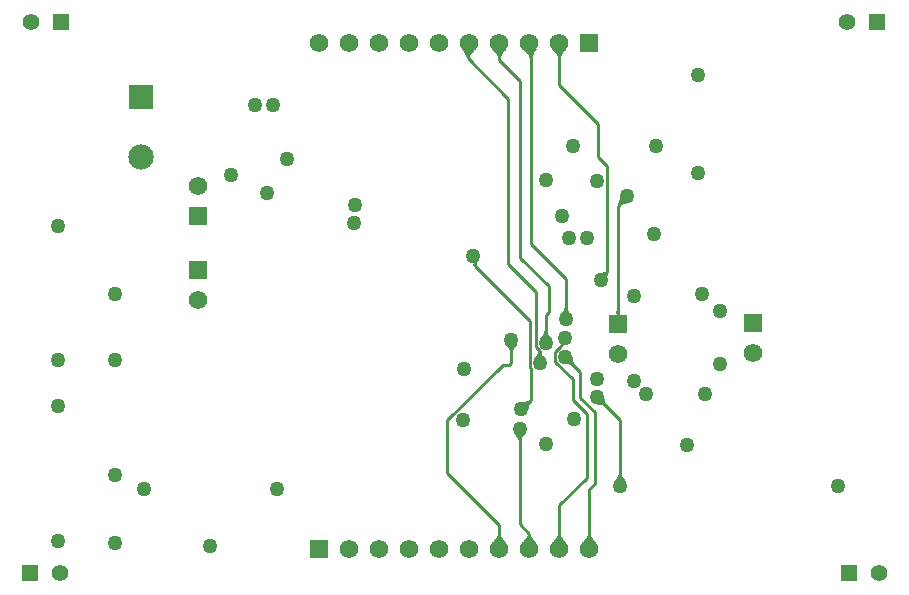
<source format=gbl>
G04*
G04 #@! TF.GenerationSoftware,Altium Limited,Altium Designer,21.7.2 (23)*
G04*
G04 Layer_Physical_Order=4*
G04 Layer_Color=16711680*
%FSLAX25Y25*%
%MOIN*%
G70*
G04*
G04 #@! TF.SameCoordinates,CEDA9658-653E-4C37-85A5-3546ED317D05*
G04*
G04*
G04 #@! TF.FilePolarity,Positive*
G04*
G01*
G75*
%ADD15C,0.01000*%
%ADD37R,0.06181X0.06181*%
%ADD38C,0.06181*%
%ADD39R,0.06181X0.06181*%
%ADD40C,0.08465*%
%ADD41R,0.08465X0.08465*%
%ADD42C,0.05512*%
%ADD43R,0.05512X0.05512*%
%ADD44C,0.05000*%
G36*
X184347Y180473D02*
X183815Y179865D01*
X183599Y179579D01*
X183416Y179303D01*
X183266Y179039D01*
X183150Y178787D01*
X183066Y178545D01*
X183017Y178315D01*
X183000Y178096D01*
X182000D01*
X181983Y178315D01*
X181933Y178545D01*
X181850Y178787D01*
X181734Y179039D01*
X181584Y179303D01*
X181401Y179579D01*
X181185Y179865D01*
X180653Y180473D01*
X180337Y180793D01*
X184663D01*
X184347Y180473D01*
D02*
G37*
G36*
X164347D02*
X163815Y179865D01*
X163599Y179579D01*
X163416Y179303D01*
X163266Y179039D01*
X163150Y178787D01*
X163066Y178545D01*
X163017Y178315D01*
X163000Y178096D01*
X162000D01*
X161983Y178315D01*
X161934Y178545D01*
X161850Y178787D01*
X161734Y179039D01*
X161584Y179303D01*
X161401Y179579D01*
X161185Y179865D01*
X160653Y180473D01*
X160337Y180793D01*
X164663D01*
X164347Y180473D01*
D02*
G37*
G36*
X174708Y180776D02*
X174037Y179724D01*
X173873Y179417D01*
X173634Y178872D01*
X173560Y178633D01*
X173515Y178416D01*
X173500Y178221D01*
X172500Y178055D01*
X172482Y178289D01*
X172429Y178525D01*
X172340Y178763D01*
X172216Y179002D01*
X172055Y179243D01*
X171860Y179485D01*
X171629Y179729D01*
X171362Y179975D01*
X171060Y180223D01*
X170722Y180472D01*
X174992Y181172D01*
X174708Y180776D01*
D02*
G37*
G36*
X154278Y180472D02*
X153940Y180223D01*
X153371Y179729D01*
X153140Y179485D01*
X152945Y179243D01*
X152784Y179002D01*
X152660Y178763D01*
X152571Y178525D01*
X152518Y178289D01*
X152500Y178055D01*
X151500Y178221D01*
X151485Y178416D01*
X151440Y178633D01*
X151366Y178872D01*
X151261Y179133D01*
X151127Y179417D01*
X150769Y180052D01*
X150545Y180403D01*
X150008Y181172D01*
X154278Y180472D01*
D02*
G37*
G36*
X205093Y129390D02*
X204754Y129387D01*
X204141Y129339D01*
X203867Y129295D01*
X203614Y129237D01*
X203384Y129166D01*
X203175Y129080D01*
X202988Y128982D01*
X202823Y128869D01*
X202679Y128744D01*
X201972Y129451D01*
X202098Y129594D01*
X202210Y129760D01*
X202309Y129947D01*
X202394Y130156D01*
X202465Y130386D01*
X202523Y130638D01*
X202567Y130912D01*
X202598Y131208D01*
X202618Y131865D01*
X205093Y129390D01*
D02*
G37*
G36*
X154904Y109756D02*
X154865Y109707D01*
X154830Y109645D01*
X154799Y109569D01*
X154773Y109480D01*
X154752Y109377D01*
X154736Y109260D01*
X154717Y108986D01*
X154715Y108828D01*
X153715D01*
X153712Y108941D01*
X153703Y109042D01*
X153689Y109133D01*
X153669Y109211D01*
X153643Y109279D01*
X153611Y109335D01*
X153573Y109380D01*
X153530Y109414D01*
X153481Y109437D01*
X153426Y109448D01*
X154949Y109791D01*
X154904Y109756D01*
D02*
G37*
G36*
X198854Y106332D02*
X198761Y106234D01*
X198683Y106138D01*
X198620Y106045D01*
X198571Y105955D01*
X198538Y105867D01*
X198519Y105782D01*
X198514Y105701D01*
X198525Y105621D01*
X198550Y105545D01*
X198590Y105472D01*
X197113Y106524D01*
X197198Y106510D01*
X197287Y106511D01*
X197380Y106526D01*
X197477Y106556D01*
X197578Y106600D01*
X197683Y106659D01*
X197793Y106732D01*
X197907Y106820D01*
X198024Y106923D01*
X198146Y107039D01*
X198854Y106332D01*
D02*
G37*
G36*
X185113Y94659D02*
X185150Y94463D01*
X185213Y94260D01*
X185300Y94053D01*
X185413Y93839D01*
X185550Y93620D01*
X185713Y93395D01*
X185900Y93164D01*
X186350Y92685D01*
X182850D01*
X183088Y92927D01*
X183487Y93395D01*
X183650Y93620D01*
X183788Y93839D01*
X183900Y94053D01*
X183987Y94260D01*
X184050Y94463D01*
X184088Y94659D01*
X184100Y94849D01*
X185100D01*
X185113Y94659D01*
D02*
G37*
G36*
X202519Y93386D02*
X202534Y93214D01*
X202559Y93062D01*
X202594Y92931D01*
X202639Y92820D01*
X202694Y92729D01*
X202759Y92658D01*
X202834Y92607D01*
X202919Y92577D01*
X203014Y92567D01*
X201014D01*
X201109Y92577D01*
X201194Y92607D01*
X201269Y92658D01*
X201334Y92729D01*
X201389Y92820D01*
X201434Y92931D01*
X201469Y93062D01*
X201494Y93214D01*
X201509Y93386D01*
X201514Y93578D01*
X202514D01*
X202519Y93386D01*
D02*
G37*
G36*
X178513Y86759D02*
X178550Y86563D01*
X178612Y86360D01*
X178700Y86153D01*
X178813Y85939D01*
X178950Y85720D01*
X179113Y85495D01*
X179300Y85264D01*
X179750Y84785D01*
X176250D01*
X176488Y85027D01*
X176888Y85495D01*
X177050Y85720D01*
X177188Y85939D01*
X177300Y86153D01*
X177387Y86360D01*
X177450Y86563D01*
X177488Y86759D01*
X177500Y86949D01*
X178500D01*
X178513Y86759D01*
D02*
G37*
G36*
X168012Y81972D02*
X167613Y81505D01*
X167450Y81280D01*
X167313Y81061D01*
X167200Y80847D01*
X167113Y80640D01*
X167050Y80437D01*
X167013Y80241D01*
X167000Y80050D01*
X166000D01*
X165988Y80241D01*
X165950Y80437D01*
X165887Y80640D01*
X165800Y80847D01*
X165688Y81061D01*
X165550Y81280D01*
X165387Y81505D01*
X165200Y81736D01*
X164750Y82215D01*
X168250D01*
X168012Y81972D01*
D02*
G37*
G36*
X176430Y80075D02*
X176467Y79872D01*
X176528Y79667D01*
X176614Y79462D01*
X176724Y79255D01*
X176858Y79048D01*
X177018Y78839D01*
X177201Y78629D01*
X177409Y78418D01*
X177642Y78205D01*
X174239Y78092D01*
X174463Y78324D01*
X174840Y78778D01*
X174993Y79000D01*
X175123Y79217D01*
X175229Y79431D01*
X175312Y79642D01*
X175371Y79848D01*
X175406Y80051D01*
X175418Y80250D01*
X176418Y80277D01*
X176430Y80075D01*
D02*
G37*
G36*
X187003Y78136D02*
X187051Y77523D01*
X187095Y77249D01*
X187153Y76996D01*
X187224Y76766D01*
X187309Y76557D01*
X187408Y76370D01*
X187520Y76205D01*
X187646Y76061D01*
X186939Y75354D01*
X186795Y75480D01*
X186630Y75592D01*
X186443Y75691D01*
X186234Y75776D01*
X186004Y75847D01*
X185751Y75905D01*
X185477Y75949D01*
X185182Y75980D01*
X184525Y76000D01*
X187000Y78475D01*
X187003Y78136D01*
D02*
G37*
G36*
X173019Y63232D02*
X172898Y63095D01*
X172787Y62934D01*
X172686Y62750D01*
X172594Y62541D01*
X172511Y62309D01*
X172439Y62053D01*
X172375Y61774D01*
X172276Y61143D01*
X172241Y60792D01*
X170008Y63487D01*
X170333Y63461D01*
X170926Y63460D01*
X171192Y63486D01*
X171439Y63530D01*
X171667Y63591D01*
X171874Y63669D01*
X172062Y63764D01*
X172231Y63877D01*
X172380Y64007D01*
X173019Y63232D01*
D02*
G37*
G36*
X197512Y64647D02*
X197559Y64034D01*
X197603Y63760D01*
X197661Y63508D01*
X197733Y63277D01*
X197818Y63069D01*
X197916Y62881D01*
X198029Y62716D01*
X198155Y62572D01*
X197448Y61865D01*
X197304Y61991D01*
X197139Y62104D01*
X196952Y62202D01*
X196743Y62287D01*
X196512Y62359D01*
X196260Y62417D01*
X195986Y62461D01*
X195690Y62492D01*
X195034Y62512D01*
X197508Y64987D01*
X197512Y64647D01*
D02*
G37*
G36*
X170763Y52473D02*
X170362Y52005D01*
X170200Y51780D01*
X170062Y51561D01*
X169950Y51347D01*
X169862Y51140D01*
X169800Y50937D01*
X169763Y50741D01*
X169750Y50551D01*
X168750D01*
X168737Y50741D01*
X168700Y50937D01*
X168638Y51140D01*
X168550Y51347D01*
X168438Y51561D01*
X168300Y51780D01*
X168138Y52005D01*
X167950Y52236D01*
X167500Y52715D01*
X171000D01*
X170763Y52473D01*
D02*
G37*
G36*
X203308Y39259D02*
X203345Y39062D01*
X203408Y38860D01*
X203495Y38653D01*
X203608Y38439D01*
X203745Y38220D01*
X203908Y37995D01*
X204095Y37764D01*
X204545Y37285D01*
X201045D01*
X201283Y37527D01*
X201683Y37995D01*
X201845Y38220D01*
X201983Y38439D01*
X202095Y38653D01*
X202183Y38860D01*
X202245Y39062D01*
X202283Y39259D01*
X202295Y39450D01*
X203295D01*
X203308Y39259D01*
D02*
G37*
G36*
X193017Y19185D02*
X193067Y18955D01*
X193150Y18713D01*
X193266Y18461D01*
X193416Y18197D01*
X193599Y17921D01*
X193815Y17635D01*
X194347Y17028D01*
X194663Y16707D01*
X190337D01*
X190653Y17028D01*
X191185Y17635D01*
X191401Y17921D01*
X191584Y18197D01*
X191734Y18461D01*
X191850Y18713D01*
X191934Y18955D01*
X191983Y19185D01*
X192000Y19404D01*
X193000D01*
X193017Y19185D01*
D02*
G37*
G36*
X183017D02*
X183066Y18955D01*
X183150Y18713D01*
X183266Y18461D01*
X183416Y18197D01*
X183599Y17921D01*
X183815Y17635D01*
X184347Y17028D01*
X184663Y16707D01*
X180337D01*
X180653Y17028D01*
X181185Y17635D01*
X181401Y17921D01*
X181584Y18197D01*
X181734Y18461D01*
X181850Y18713D01*
X181933Y18955D01*
X181983Y19185D01*
X182000Y19404D01*
X183000D01*
X183017Y19185D01*
D02*
G37*
G36*
X173017D02*
X173066Y18955D01*
X173150Y18713D01*
X173266Y18461D01*
X173416Y18197D01*
X173599Y17921D01*
X173815Y17635D01*
X174347Y17028D01*
X174663Y16707D01*
X170337D01*
X170653Y17028D01*
X171185Y17635D01*
X171401Y17921D01*
X171584Y18197D01*
X171734Y18461D01*
X171850Y18713D01*
X171933Y18955D01*
X171983Y19185D01*
X172000Y19404D01*
X173000D01*
X173017Y19185D01*
D02*
G37*
G36*
X163017D02*
X163066Y18955D01*
X163150Y18713D01*
X163266Y18461D01*
X163416Y18197D01*
X163599Y17921D01*
X163815Y17635D01*
X164347Y17028D01*
X164663Y16707D01*
X160337D01*
X160653Y17028D01*
X161185Y17635D01*
X161401Y17921D01*
X161584Y18197D01*
X161734Y18461D01*
X161850Y18713D01*
X161934Y18955D01*
X161983Y19185D01*
X162000Y19404D01*
X163000D01*
X163017Y19185D01*
D02*
G37*
D15*
X181106Y80106D02*
X183172Y82172D01*
X181106Y76694D02*
Y80106D01*
X202014Y89430D02*
Y128785D01*
X205118Y131890D01*
X202014Y89430D02*
X202014Y89430D01*
X198500Y106686D02*
Y142000D01*
X196500Y104100D02*
Y104686D01*
X198500Y106686D01*
X195500Y145000D02*
X198500Y142000D01*
X202795Y35500D02*
Y57225D01*
X195009Y65012D02*
X202795Y57225D01*
X189500Y64655D02*
X194250Y59905D01*
Y36000D02*
Y59905D01*
X189500Y64655D02*
Y73500D01*
X172608Y74913D02*
Y90436D01*
Y74913D02*
X173018Y74502D01*
Y63939D02*
Y74502D01*
X175918Y76402D02*
X176001Y76319D01*
X170079Y61000D02*
X173018Y63939D01*
X169750Y61000D02*
X170079D01*
X175918Y76402D02*
Y80277D01*
X174606Y81588D02*
X175918Y80277D01*
X155815Y107228D02*
X172608Y90436D01*
X184500Y78500D02*
X189500Y73500D01*
X179000Y93491D02*
Y101900D01*
X178000Y92491D02*
X179000Y93491D01*
X178000Y83000D02*
Y92491D01*
X174606Y81588D02*
Y100144D01*
X165500Y109250D02*
X174606Y100144D01*
X186900Y64100D02*
Y70900D01*
Y64100D02*
X191750Y59250D01*
Y38128D02*
Y59250D01*
X166500Y76500D02*
Y84000D01*
X165797Y75797D02*
X166500Y76500D01*
X163547Y75797D02*
X165797D01*
X145000Y57250D02*
X163547Y75797D01*
X145000Y39767D02*
Y57250D01*
Y39767D02*
X162500Y22267D01*
Y14500D02*
Y22267D01*
X172500Y14500D02*
Y19500D01*
X169250Y22750D02*
Y54500D01*
Y22750D02*
X172500Y19500D01*
X182500Y28878D02*
X191750Y38128D01*
X182500Y14500D02*
Y28878D01*
X192500Y34250D02*
X194250Y36000D01*
X192500Y14500D02*
Y34250D01*
X195500Y145000D02*
Y156133D01*
X182500Y169133D02*
X195500Y156133D01*
X182500Y169133D02*
Y183000D01*
X172500D02*
X173000Y182500D01*
X162500Y177500D02*
Y183000D01*
Y177500D02*
X169500Y170500D01*
Y111400D02*
Y170500D01*
X152000Y182500D02*
X152500Y183000D01*
X152000Y178000D02*
Y182500D01*
X165500Y109250D02*
Y164500D01*
X152000Y178000D02*
X165500Y164500D01*
X173000Y116100D02*
Y182500D01*
X184400Y83518D02*
Y84600D01*
X183172Y82289D02*
X184400Y83518D01*
X183172Y82172D02*
Y82289D01*
X169500Y111400D02*
X179000Y101900D01*
X173000Y116100D02*
X184600Y104500D01*
Y90900D02*
Y104500D01*
X181106Y76694D02*
X186900Y70900D01*
X154215Y108828D02*
X155815Y107228D01*
X155815D01*
X153666Y111936D02*
X154215Y111387D01*
Y108828D02*
Y111387D01*
D37*
X247013Y89775D02*
D03*
X62000Y125500D02*
D03*
Y107500D02*
D03*
X202014Y89500D02*
D03*
D38*
X247013Y79775D02*
D03*
X62000Y135500D02*
D03*
Y97500D02*
D03*
X202014Y79500D02*
D03*
X192500Y14500D02*
D03*
X182500D02*
D03*
X172500D02*
D03*
X162500D02*
D03*
X152500D02*
D03*
X142500D02*
D03*
X132500D02*
D03*
X122500D02*
D03*
X112500D02*
D03*
X102500Y183000D02*
D03*
X112500D02*
D03*
X122500D02*
D03*
X132500D02*
D03*
X142500D02*
D03*
X152500D02*
D03*
X162500D02*
D03*
X172500D02*
D03*
X182500D02*
D03*
D39*
X102500Y14500D02*
D03*
X192500Y183000D02*
D03*
D40*
X43000Y145000D02*
D03*
D41*
Y165000D02*
D03*
D42*
X6500Y190000D02*
D03*
X289000Y6500D02*
D03*
X16000D02*
D03*
X278500Y190000D02*
D03*
D43*
X16500Y190000D02*
D03*
X279000Y6500D02*
D03*
X6000D02*
D03*
X288500Y190000D02*
D03*
D44*
X177953Y49281D02*
D03*
X207500Y98653D02*
D03*
X196500Y104100D02*
D03*
X195009Y65012D02*
D03*
X176001Y76319D02*
D03*
X184500Y78500D02*
D03*
X178000Y83000D02*
D03*
X150550Y74354D02*
D03*
X114200Y129100D02*
D03*
X91600Y144300D02*
D03*
X34500Y99500D02*
D03*
X15500Y122000D02*
D03*
Y77500D02*
D03*
X34500D02*
D03*
Y39000D02*
D03*
X15500Y62000D02*
D03*
Y17000D02*
D03*
X34500Y16500D02*
D03*
X66000Y15500D02*
D03*
X44000Y34500D02*
D03*
X88500D02*
D03*
X81000Y162500D02*
D03*
X87000D02*
D03*
X85000Y133000D02*
D03*
X207500Y70422D02*
D03*
X166500Y84000D02*
D03*
X73000Y139000D02*
D03*
X228750Y172250D02*
D03*
X275500Y35500D02*
D03*
X195161Y71141D02*
D03*
X187519Y57651D02*
D03*
X150500Y57250D02*
D03*
X169750Y61000D02*
D03*
X169250Y54500D02*
D03*
X194882Y137008D02*
D03*
X184400Y84600D02*
D03*
X184600Y90900D02*
D03*
X228740Y139764D02*
D03*
X187008Y148819D02*
D03*
X177953Y137402D02*
D03*
X214173Y119291D02*
D03*
X205118Y131890D02*
D03*
X211417Y66142D02*
D03*
X229921Y99213D02*
D03*
X230885Y66074D02*
D03*
X191732Y118110D02*
D03*
X185827D02*
D03*
X114181Y122979D02*
D03*
X153666Y111936D02*
D03*
X235872Y93742D02*
D03*
X235890Y76002D02*
D03*
X202795Y35500D02*
D03*
X224996Y49072D02*
D03*
X214567Y148819D02*
D03*
X183465Y125197D02*
D03*
M02*

</source>
